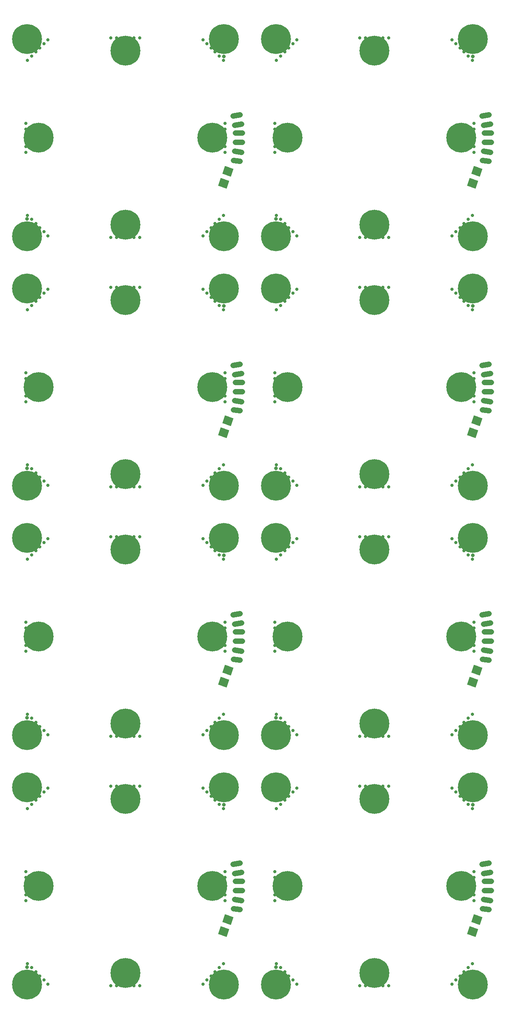
<source format=gbs>
G75*
%MOIN*%
%OFA0B0*%
%FSLAX25Y25*%
%IPPOS*%
%LPD*%
%AMOC8*
5,1,8,0,0,1.08239X$1,22.5*
%
%ADD10C,0.02800*%
%ADD11C,0.04800*%
%ADD12C,0.25800*%
%ADD13R,0.07099X0.07887*%
%ADD14C,0.03300*%
D10*
X0050354Y0068032D03*
X0053890Y0064496D03*
X0057425Y0060961D03*
X0060961Y0057425D03*
X0064496Y0053890D03*
X0068032Y0050354D03*
X0048900Y0122400D03*
X0048900Y0127400D03*
X0048900Y0132400D03*
X0048900Y0137400D03*
X0048900Y0142400D03*
X0048900Y0147400D03*
X0050354Y0201768D03*
X0053890Y0205304D03*
X0057425Y0208839D03*
X0060961Y0212375D03*
X0064496Y0215910D03*
X0068032Y0219446D03*
X0068032Y0265354D03*
X0064496Y0268890D03*
X0060961Y0272425D03*
X0057425Y0275961D03*
X0053890Y0279496D03*
X0050354Y0283032D03*
X0048900Y0337400D03*
X0048900Y0342400D03*
X0048900Y0347400D03*
X0048900Y0352400D03*
X0048900Y0357400D03*
X0048900Y0362400D03*
X0050354Y0416768D03*
X0053890Y0420304D03*
X0057425Y0423839D03*
X0060961Y0427375D03*
X0064496Y0430910D03*
X0068032Y0434446D03*
X0068032Y0480354D03*
X0064496Y0483890D03*
X0060961Y0487425D03*
X0057425Y0490961D03*
X0053890Y0494496D03*
X0050354Y0498032D03*
X0048900Y0552400D03*
X0048900Y0557400D03*
X0048900Y0562400D03*
X0048900Y0567400D03*
X0048900Y0572400D03*
X0048900Y0577400D03*
X0050354Y0631768D03*
X0053890Y0635304D03*
X0057425Y0638839D03*
X0060961Y0642375D03*
X0064496Y0645910D03*
X0068032Y0649446D03*
X0068032Y0695354D03*
X0064496Y0698890D03*
X0060961Y0702425D03*
X0057425Y0705961D03*
X0053890Y0709496D03*
X0050354Y0713032D03*
X0048900Y0767400D03*
X0048900Y0772400D03*
X0048900Y0777400D03*
X0048900Y0782400D03*
X0048900Y0787400D03*
X0048900Y0792400D03*
X0050354Y0846768D03*
X0053890Y0850304D03*
X0057425Y0853839D03*
X0060961Y0857375D03*
X0064496Y0860910D03*
X0068032Y0864446D03*
X0122400Y0865900D03*
X0127400Y0865900D03*
X0132400Y0865900D03*
X0137400Y0865900D03*
X0142400Y0865900D03*
X0147400Y0865900D03*
X0201768Y0864446D03*
X0205304Y0860910D03*
X0208839Y0857375D03*
X0212375Y0853839D03*
X0215910Y0850304D03*
X0219446Y0846768D03*
X0220900Y0792400D03*
X0220900Y0787400D03*
X0220900Y0782400D03*
X0220900Y0777400D03*
X0220900Y0772400D03*
X0220900Y0767400D03*
X0219446Y0713032D03*
X0215910Y0709496D03*
X0212375Y0705961D03*
X0208839Y0702425D03*
X0205304Y0698890D03*
X0201768Y0695354D03*
X0201768Y0649446D03*
X0205304Y0645910D03*
X0208839Y0642375D03*
X0212375Y0638839D03*
X0215910Y0635304D03*
X0219446Y0631768D03*
X0220900Y0577400D03*
X0220900Y0572400D03*
X0220900Y0567400D03*
X0220900Y0562400D03*
X0220900Y0557400D03*
X0220900Y0552400D03*
X0219446Y0498032D03*
X0215910Y0494496D03*
X0212375Y0490961D03*
X0208839Y0487425D03*
X0205304Y0483890D03*
X0201768Y0480354D03*
X0201768Y0434446D03*
X0205304Y0430910D03*
X0208839Y0427375D03*
X0212375Y0423839D03*
X0215910Y0420304D03*
X0219446Y0416768D03*
X0220900Y0362400D03*
X0220900Y0357400D03*
X0220900Y0352400D03*
X0220900Y0347400D03*
X0220900Y0342400D03*
X0220900Y0337400D03*
X0219446Y0283032D03*
X0215910Y0279496D03*
X0212375Y0275961D03*
X0208839Y0272425D03*
X0205304Y0268890D03*
X0201768Y0265354D03*
X0201768Y0219446D03*
X0205304Y0215910D03*
X0208839Y0212375D03*
X0212375Y0208839D03*
X0215910Y0205304D03*
X0219446Y0201768D03*
X0220900Y0147400D03*
X0220900Y0142400D03*
X0220900Y0137400D03*
X0220900Y0132400D03*
X0220900Y0127400D03*
X0220900Y0122400D03*
X0219446Y0068032D03*
X0215910Y0064496D03*
X0212375Y0060961D03*
X0208839Y0057425D03*
X0205304Y0053890D03*
X0201768Y0050354D03*
X0147400Y0048900D03*
X0142400Y0048900D03*
X0137400Y0048900D03*
X0132400Y0048900D03*
X0127400Y0048900D03*
X0122400Y0048900D03*
X0122400Y0220900D03*
X0127400Y0220900D03*
X0132400Y0220900D03*
X0137400Y0220900D03*
X0142400Y0220900D03*
X0147400Y0220900D03*
X0147400Y0263900D03*
X0142400Y0263900D03*
X0137400Y0263900D03*
X0132400Y0263900D03*
X0127400Y0263900D03*
X0122400Y0263900D03*
X0122400Y0435900D03*
X0127400Y0435900D03*
X0132400Y0435900D03*
X0137400Y0435900D03*
X0142400Y0435900D03*
X0147400Y0435900D03*
X0147400Y0478900D03*
X0142400Y0478900D03*
X0137400Y0478900D03*
X0132400Y0478900D03*
X0127400Y0478900D03*
X0122400Y0478900D03*
X0122400Y0650900D03*
X0127400Y0650900D03*
X0132400Y0650900D03*
X0137400Y0650900D03*
X0142400Y0650900D03*
X0147400Y0650900D03*
X0147400Y0693900D03*
X0142400Y0693900D03*
X0137400Y0693900D03*
X0132400Y0693900D03*
X0127400Y0693900D03*
X0122400Y0693900D03*
X0265354Y0713032D03*
X0268890Y0709496D03*
X0272425Y0705961D03*
X0275961Y0702425D03*
X0279496Y0698890D03*
X0283032Y0695354D03*
X0283032Y0649446D03*
X0279496Y0645910D03*
X0275961Y0642375D03*
X0272425Y0638839D03*
X0268890Y0635304D03*
X0265354Y0631768D03*
X0263900Y0577400D03*
X0263900Y0572400D03*
X0263900Y0567400D03*
X0263900Y0562400D03*
X0263900Y0557400D03*
X0263900Y0552400D03*
X0265354Y0498032D03*
X0268890Y0494496D03*
X0272425Y0490961D03*
X0275961Y0487425D03*
X0279496Y0483890D03*
X0283032Y0480354D03*
X0283032Y0434446D03*
X0279496Y0430910D03*
X0275961Y0427375D03*
X0272425Y0423839D03*
X0268890Y0420304D03*
X0265354Y0416768D03*
X0263900Y0362400D03*
X0263900Y0357400D03*
X0263900Y0352400D03*
X0263900Y0347400D03*
X0263900Y0342400D03*
X0263900Y0337400D03*
X0265354Y0283032D03*
X0268890Y0279496D03*
X0272425Y0275961D03*
X0275961Y0272425D03*
X0279496Y0268890D03*
X0283032Y0265354D03*
X0283032Y0219446D03*
X0279496Y0215910D03*
X0275961Y0212375D03*
X0272425Y0208839D03*
X0268890Y0205304D03*
X0265354Y0201768D03*
X0263900Y0147400D03*
X0263900Y0142400D03*
X0263900Y0137400D03*
X0263900Y0132400D03*
X0263900Y0127400D03*
X0263900Y0122400D03*
X0265354Y0068032D03*
X0268890Y0064496D03*
X0272425Y0060961D03*
X0275961Y0057425D03*
X0279496Y0053890D03*
X0283032Y0050354D03*
X0337400Y0048900D03*
X0342400Y0048900D03*
X0347400Y0048900D03*
X0352400Y0048900D03*
X0357400Y0048900D03*
X0362400Y0048900D03*
X0416768Y0050354D03*
X0420304Y0053890D03*
X0423839Y0057425D03*
X0427375Y0060961D03*
X0430910Y0064496D03*
X0434446Y0068032D03*
X0435900Y0122400D03*
X0435900Y0127400D03*
X0435900Y0132400D03*
X0435900Y0137400D03*
X0435900Y0142400D03*
X0435900Y0147400D03*
X0434446Y0201768D03*
X0430910Y0205304D03*
X0427375Y0208839D03*
X0423839Y0212375D03*
X0420304Y0215910D03*
X0416768Y0219446D03*
X0416768Y0265354D03*
X0420304Y0268890D03*
X0423839Y0272425D03*
X0427375Y0275961D03*
X0430910Y0279496D03*
X0434446Y0283032D03*
X0435900Y0337400D03*
X0435900Y0342400D03*
X0435900Y0347400D03*
X0435900Y0352400D03*
X0435900Y0357400D03*
X0435900Y0362400D03*
X0434446Y0416768D03*
X0430910Y0420304D03*
X0427375Y0423839D03*
X0423839Y0427375D03*
X0420304Y0430910D03*
X0416768Y0434446D03*
X0416768Y0480354D03*
X0420304Y0483890D03*
X0423839Y0487425D03*
X0427375Y0490961D03*
X0430910Y0494496D03*
X0434446Y0498032D03*
X0435900Y0552400D03*
X0435900Y0557400D03*
X0435900Y0562400D03*
X0435900Y0567400D03*
X0435900Y0572400D03*
X0435900Y0577400D03*
X0434446Y0631768D03*
X0430910Y0635304D03*
X0427375Y0638839D03*
X0423839Y0642375D03*
X0420304Y0645910D03*
X0416768Y0649446D03*
X0416768Y0695354D03*
X0420304Y0698890D03*
X0423839Y0702425D03*
X0427375Y0705961D03*
X0430910Y0709496D03*
X0434446Y0713032D03*
X0435900Y0767400D03*
X0435900Y0772400D03*
X0435900Y0777400D03*
X0435900Y0782400D03*
X0435900Y0787400D03*
X0435900Y0792400D03*
X0434446Y0846768D03*
X0430910Y0850304D03*
X0427375Y0853839D03*
X0423839Y0857375D03*
X0420304Y0860910D03*
X0416768Y0864446D03*
X0362400Y0865900D03*
X0357400Y0865900D03*
X0352400Y0865900D03*
X0347400Y0865900D03*
X0342400Y0865900D03*
X0337400Y0865900D03*
X0283032Y0864446D03*
X0279496Y0860910D03*
X0275961Y0857375D03*
X0272425Y0853839D03*
X0268890Y0850304D03*
X0265354Y0846768D03*
X0263900Y0792400D03*
X0263900Y0787400D03*
X0263900Y0782400D03*
X0263900Y0777400D03*
X0263900Y0772400D03*
X0263900Y0767400D03*
X0337400Y0693900D03*
X0342400Y0693900D03*
X0347400Y0693900D03*
X0352400Y0693900D03*
X0357400Y0693900D03*
X0362400Y0693900D03*
X0362400Y0650900D03*
X0357400Y0650900D03*
X0352400Y0650900D03*
X0347400Y0650900D03*
X0342400Y0650900D03*
X0337400Y0650900D03*
X0337400Y0478900D03*
X0342400Y0478900D03*
X0347400Y0478900D03*
X0352400Y0478900D03*
X0357400Y0478900D03*
X0362400Y0478900D03*
X0362400Y0435900D03*
X0357400Y0435900D03*
X0352400Y0435900D03*
X0347400Y0435900D03*
X0342400Y0435900D03*
X0337400Y0435900D03*
X0337400Y0263900D03*
X0342400Y0263900D03*
X0347400Y0263900D03*
X0352400Y0263900D03*
X0357400Y0263900D03*
X0362400Y0263900D03*
X0362400Y0220900D03*
X0357400Y0220900D03*
X0352400Y0220900D03*
X0347400Y0220900D03*
X0342400Y0220900D03*
X0337400Y0220900D03*
D11*
X0235900Y0138950D02*
X0229900Y0138950D01*
X0229263Y0145730D02*
X0235189Y0146668D01*
X0233937Y0154570D02*
X0228011Y0153632D01*
X0229900Y0130950D02*
X0235900Y0130950D01*
X0235289Y0122382D02*
X0229363Y0123320D01*
X0228111Y0115418D02*
X0234037Y0114480D01*
X0234037Y0329480D02*
X0228111Y0330418D01*
X0229363Y0338320D02*
X0235289Y0337382D01*
X0235900Y0345950D02*
X0229900Y0345950D01*
X0229900Y0353950D02*
X0235900Y0353950D01*
X0235189Y0361668D02*
X0229263Y0360730D01*
X0228011Y0368632D02*
X0233937Y0369570D01*
X0234037Y0544480D02*
X0228111Y0545418D01*
X0229363Y0553320D02*
X0235289Y0552382D01*
X0235900Y0560950D02*
X0229900Y0560950D01*
X0229900Y0568950D02*
X0235900Y0568950D01*
X0235189Y0576668D02*
X0229263Y0575730D01*
X0228011Y0583632D02*
X0233937Y0584570D01*
X0234037Y0759480D02*
X0228111Y0760418D01*
X0229363Y0768320D02*
X0235289Y0767382D01*
X0235900Y0775950D02*
X0229900Y0775950D01*
X0229900Y0783950D02*
X0235900Y0783950D01*
X0235189Y0791668D02*
X0229263Y0790730D01*
X0228011Y0798632D02*
X0233937Y0799570D01*
X0443011Y0798632D02*
X0448937Y0799570D01*
X0450189Y0791668D02*
X0444263Y0790730D01*
X0444900Y0783950D02*
X0450900Y0783950D01*
X0450900Y0775950D02*
X0444900Y0775950D01*
X0444363Y0768320D02*
X0450289Y0767382D01*
X0449037Y0759480D02*
X0443111Y0760418D01*
X0448937Y0584570D02*
X0443011Y0583632D01*
X0444263Y0575730D02*
X0450189Y0576668D01*
X0450900Y0568950D02*
X0444900Y0568950D01*
X0444900Y0560950D02*
X0450900Y0560950D01*
X0450289Y0552382D02*
X0444363Y0553320D01*
X0443111Y0545418D02*
X0449037Y0544480D01*
X0448937Y0369570D02*
X0443011Y0368632D01*
X0444263Y0360730D02*
X0450189Y0361668D01*
X0450900Y0353950D02*
X0444900Y0353950D01*
X0444900Y0345950D02*
X0450900Y0345950D01*
X0450289Y0337382D02*
X0444363Y0338320D01*
X0443111Y0330418D02*
X0449037Y0329480D01*
X0448937Y0154570D02*
X0443011Y0153632D01*
X0444263Y0145730D02*
X0450189Y0146668D01*
X0450900Y0138950D02*
X0444900Y0138950D01*
X0444900Y0130950D02*
X0450900Y0130950D01*
X0450289Y0122382D02*
X0444363Y0123320D01*
X0443111Y0115418D02*
X0449037Y0114480D01*
D12*
X0049900Y0049900D03*
X0059900Y0134900D03*
X0049900Y0219900D03*
X0049900Y0264900D03*
X0059900Y0349900D03*
X0049900Y0434900D03*
X0049900Y0479900D03*
X0059900Y0564900D03*
X0049900Y0649900D03*
X0049900Y0694900D03*
X0059900Y0779900D03*
X0049900Y0864900D03*
X0134900Y0854900D03*
X0209900Y0779900D03*
X0219900Y0864900D03*
X0264900Y0864900D03*
X0274900Y0779900D03*
X0264900Y0694900D03*
X0264900Y0649900D03*
X0219900Y0649900D03*
X0219900Y0694900D03*
X0209900Y0564900D03*
X0219900Y0479900D03*
X0219900Y0434900D03*
X0264900Y0434900D03*
X0264900Y0479900D03*
X0274900Y0564900D03*
X0349900Y0489900D03*
X0349900Y0424900D03*
X0424900Y0349900D03*
X0434900Y0434900D03*
X0434900Y0479900D03*
X0424900Y0564900D03*
X0434900Y0649900D03*
X0434900Y0694900D03*
X0424900Y0779900D03*
X0434900Y0864900D03*
X0349900Y0854900D03*
X0349900Y0704900D03*
X0349900Y0639900D03*
X0274900Y0349900D03*
X0264900Y0264900D03*
X0264900Y0219900D03*
X0219900Y0219900D03*
X0219900Y0264900D03*
X0209900Y0349900D03*
X0134900Y0274900D03*
X0134900Y0209900D03*
X0209900Y0134900D03*
X0219900Y0049900D03*
X0264900Y0049900D03*
X0274900Y0134900D03*
X0349900Y0059900D03*
X0424900Y0134900D03*
X0434900Y0049900D03*
X0349900Y0209900D03*
X0349900Y0274900D03*
X0434900Y0264900D03*
X0434900Y0219900D03*
X0134900Y0059900D03*
X0134900Y0424900D03*
X0134900Y0489900D03*
X0134900Y0639900D03*
X0134900Y0704900D03*
D13*
G36*
X0224634Y0742657D02*
X0222206Y0735988D01*
X0214796Y0738685D01*
X0217224Y0745354D01*
X0224634Y0742657D01*
G37*
G36*
X0228404Y0753015D02*
X0225976Y0746346D01*
X0218566Y0749043D01*
X0220994Y0755712D01*
X0228404Y0753015D01*
G37*
G36*
X0228404Y0538015D02*
X0225976Y0531346D01*
X0218566Y0534043D01*
X0220994Y0540712D01*
X0228404Y0538015D01*
G37*
G36*
X0224634Y0527657D02*
X0222206Y0520988D01*
X0214796Y0523685D01*
X0217224Y0530354D01*
X0224634Y0527657D01*
G37*
G36*
X0228404Y0323015D02*
X0225976Y0316346D01*
X0218566Y0319043D01*
X0220994Y0325712D01*
X0228404Y0323015D01*
G37*
G36*
X0224634Y0312657D02*
X0222206Y0305988D01*
X0214796Y0308685D01*
X0217224Y0315354D01*
X0224634Y0312657D01*
G37*
G36*
X0228404Y0108015D02*
X0225976Y0101346D01*
X0218566Y0104043D01*
X0220994Y0110712D01*
X0228404Y0108015D01*
G37*
G36*
X0224634Y0097657D02*
X0222206Y0090988D01*
X0214796Y0093685D01*
X0217224Y0100354D01*
X0224634Y0097657D01*
G37*
G36*
X0439634Y0097657D02*
X0437206Y0090988D01*
X0429796Y0093685D01*
X0432224Y0100354D01*
X0439634Y0097657D01*
G37*
G36*
X0443404Y0108015D02*
X0440976Y0101346D01*
X0433566Y0104043D01*
X0435994Y0110712D01*
X0443404Y0108015D01*
G37*
G36*
X0439634Y0312657D02*
X0437206Y0305988D01*
X0429796Y0308685D01*
X0432224Y0315354D01*
X0439634Y0312657D01*
G37*
G36*
X0443404Y0323015D02*
X0440976Y0316346D01*
X0433566Y0319043D01*
X0435994Y0325712D01*
X0443404Y0323015D01*
G37*
G36*
X0439634Y0527657D02*
X0437206Y0520988D01*
X0429796Y0523685D01*
X0432224Y0530354D01*
X0439634Y0527657D01*
G37*
G36*
X0443404Y0538015D02*
X0440976Y0531346D01*
X0433566Y0534043D01*
X0435994Y0540712D01*
X0443404Y0538015D01*
G37*
G36*
X0439634Y0742657D02*
X0437206Y0735988D01*
X0429796Y0738685D01*
X0432224Y0745354D01*
X0439634Y0742657D01*
G37*
G36*
X0443404Y0753015D02*
X0440976Y0746346D01*
X0433566Y0749043D01*
X0435994Y0755712D01*
X0443404Y0753015D01*
G37*
D14*
X0434900Y0849900D03*
X0434900Y0634900D03*
X0434900Y0419900D03*
X0434900Y0204900D03*
X0264900Y0279900D03*
X0219900Y0204900D03*
X0264900Y0064900D03*
X0219900Y0419900D03*
X0264900Y0494900D03*
X0219900Y0634900D03*
X0264900Y0709900D03*
X0219900Y0849900D03*
X0049900Y0709900D03*
X0049900Y0494900D03*
X0049900Y0279900D03*
X0049900Y0064900D03*
M02*

</source>
